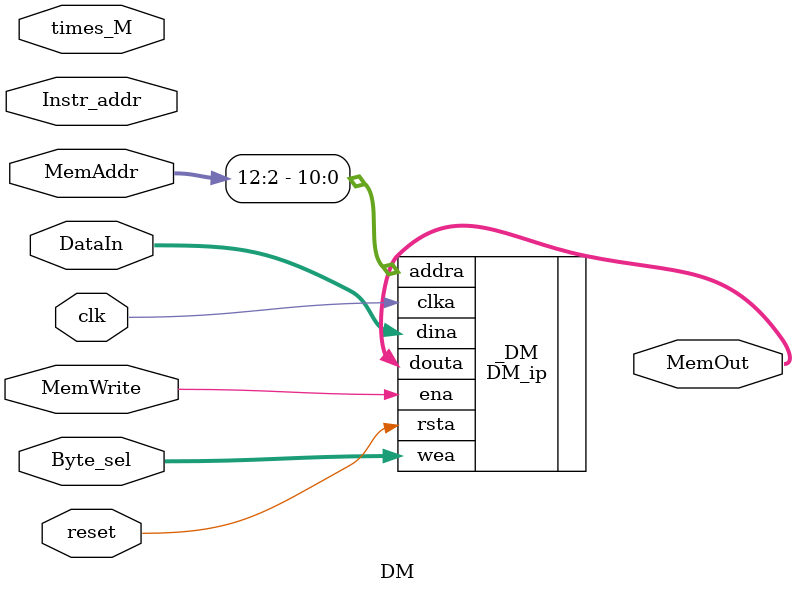
<source format=v>
`timescale 1ns / 1ps
module DM(clk, reset, times_M, Instr_addr, MemWrite, MemAddr, Byte_sel, DataIn, MemOut);
    input clk; //clock
    input reset; // reset
	 input [31:0] times_M;
	 input [31:0] Instr_addr;
    input MemWrite; // Ð´Ê¹ÄÜ
    input [31:0] MemAddr; // Ð´ÈëÄÚ´æµÄ¾ßÌåµØÖ·
	 input [3:0] Byte_sel;//Ð´ÈëÄÚ´æµÄ×Ö½ÚÆ«ÒÆ
    input [31:0] DataIn; // 32Î»Ð´ÈëÄÚ´æµÄÊý¾Ý
    output [31:0] MemOut; // 32Î»´ÓÄÚ´æ¶Á³öµÄÊý¾Ý
	 
	 wire [31:0] WD;//¾­¹ýByte_selºóµÄÐ´ÈëÊý¾Ý
	 //reg [31:0] DataMem [2047:0]; //ÄÚ´æ´æ´¢Æ÷
	 //integer i;
	 
	 /*initial
		begin
			for(i = 0; i < 4096; i = i + 1) DataMem[i] <= 0; 
		end*/
		
	 /*assign MemOut = DataMem[MemAddr[13:2]]; //¶Á³öÏàÓ¦µØÖ·µÄÊý¾Ý*/
	 assign WD = (Byte_sel == 4'b1111) ? DataIn:
					 (Byte_sel == 4'b1100) ? {DataIn[15:0], MemOut[15:0]}:
				    (Byte_sel == 4'b0011) ? {MemOut[31:16], DataIn[15:0]}:
					 (Byte_sel == 4'b1000) ? {DataIn[7:0], MemOut[23:0]}:
					 (Byte_sel == 4'b0100) ? {MemOut[31:24], DataIn[7:0], MemOut[15:0]}:
					 (Byte_sel == 4'b0010) ? {MemOut[31:16], DataIn[7:0], MemOut[7:0]}:
					 (Byte_sel == 4'b0001) ? {MemOut[31:8], DataIn[7:0]}:
																					MemOut;

	DM_ip _DM (
		.clka(clk), // input clka
		.rsta(reset), // input rsta
		.ena(MemWrite), // input ena
		.wea(Byte_sel), // input [3 : 0] wea
		.addra(MemAddr[12:2]), // input [10 : 0] addra
		.dina(DataIn), // input [31 : 0] dina
		.douta(MemOut) // output [31 : 0] douta
	);
	/*always@(posedge clk)
		begin
			if(MemWrite && ~reset)
				$display("%d@%h: *%h <= %h", times_M, Instr_addr, {MemAddr[31:2], 2'b0}, WD);
				//$display("*%h <= %h", MemAddr, DataIn);
		end*/
	 /*always@(posedge clk)
		begin
			if(reset)
				begin
					for(i = 0; i < 2047; i = i + 1) DataMem[i] <= 0; //reset´¥·¢¼Ä´æÆ÷ÇåÁã
				end
			else
				begin
					if(MemWrite)
						begin
							DataMem[MemAddr[13:2]] <= WD; //Ð´ÈëÏàÓ¦µØÖ·µÄÊý¾Ý
							$display("%d@%h: *%h <= %h", times_M, Instr_addr, {MemAddr[31:2], 2'b0}, WD);
							//$display("*%h <= %h", MemAddr, DataIn);
									
						end
				end
		end*/

endmodule

</source>
